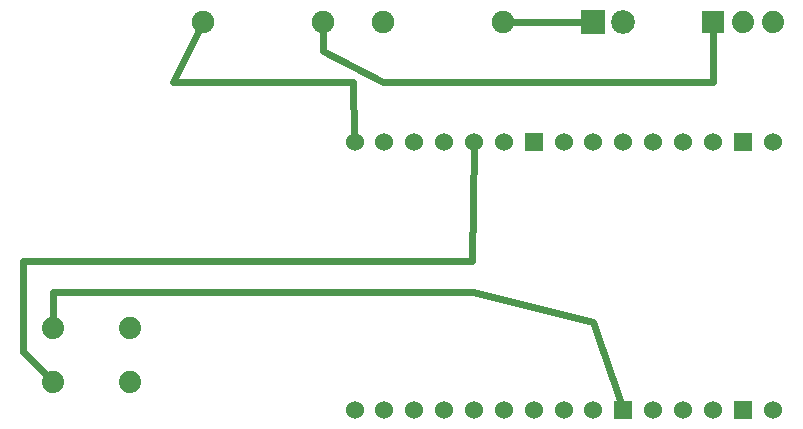
<source format=gtl>
G04 MADE WITH FRITZING*
G04 WWW.FRITZING.ORG*
G04 DOUBLE SIDED*
G04 HOLES PLATED*
G04 CONTOUR ON CENTER OF CONTOUR VECTOR*
%ASAXBY*%
%FSLAX23Y23*%
%MOIN*%
%OFA0B0*%
%SFA1.0B1.0*%
%ADD10C,0.060000*%
%ADD11C,0.074000*%
%ADD12C,0.079370*%
%ADD13C,0.075000*%
%ADD14R,0.060028X0.060014*%
%ADD15R,0.060028X0.060000*%
%ADD16R,0.074000X0.074000*%
%ADD17R,0.079370X0.079370*%
%ADD18C,0.024000*%
%LNCOPPER1*%
G90*
G70*
G54D10*
X2691Y186D03*
X2591Y186D03*
X2492Y186D03*
X2392Y186D03*
X2292Y186D03*
X2193Y186D03*
X2093Y186D03*
X1994Y186D03*
X1894Y186D03*
X1795Y186D03*
X1695Y186D03*
X1595Y186D03*
X1496Y186D03*
X1396Y186D03*
X1297Y186D03*
X1297Y1080D03*
X1396Y1080D03*
X1496Y1080D03*
X1595Y1080D03*
X1695Y1080D03*
X1795Y1080D03*
X1894Y1080D03*
X1994Y1080D03*
X2093Y1080D03*
X2193Y1080D03*
X2292Y1080D03*
X2392Y1080D03*
X2492Y1080D03*
X2591Y1080D03*
X2691Y1080D03*
G54D11*
X292Y458D03*
X548Y458D03*
X292Y280D03*
X548Y280D03*
X292Y458D03*
X548Y458D03*
X292Y280D03*
X548Y280D03*
X2492Y1480D03*
X2592Y1480D03*
X2692Y1480D03*
G54D12*
X2092Y1480D03*
X2192Y1480D03*
G54D13*
X1192Y1480D03*
X792Y1480D03*
X1392Y1480D03*
X1792Y1480D03*
G54D14*
X2591Y186D03*
X2193Y186D03*
G54D15*
X1894Y1080D03*
X2591Y1080D03*
G54D16*
X2492Y1480D03*
G54D17*
X2092Y1480D03*
G54D18*
X1690Y681D02*
X191Y681D01*
D02*
X1695Y1066D02*
X1690Y681D01*
D02*
X191Y380D02*
X277Y294D01*
D02*
X191Y681D02*
X191Y380D01*
D02*
X691Y1279D02*
X1292Y1279D01*
D02*
X1292Y1279D02*
X1296Y1094D01*
D02*
X784Y1464D02*
X691Y1279D01*
D02*
X1393Y1278D02*
X2492Y1279D01*
D02*
X1193Y1381D02*
X1393Y1278D01*
D02*
X2492Y1279D02*
X2492Y1460D01*
D02*
X1192Y1463D02*
X1193Y1381D01*
D02*
X1691Y579D02*
X2091Y480D01*
D02*
X2091Y480D02*
X2188Y199D01*
D02*
X292Y579D02*
X1691Y579D01*
D02*
X292Y478D02*
X292Y579D01*
D02*
X2072Y1480D02*
X1809Y1480D01*
G04 End of Copper1*
M02*
</source>
